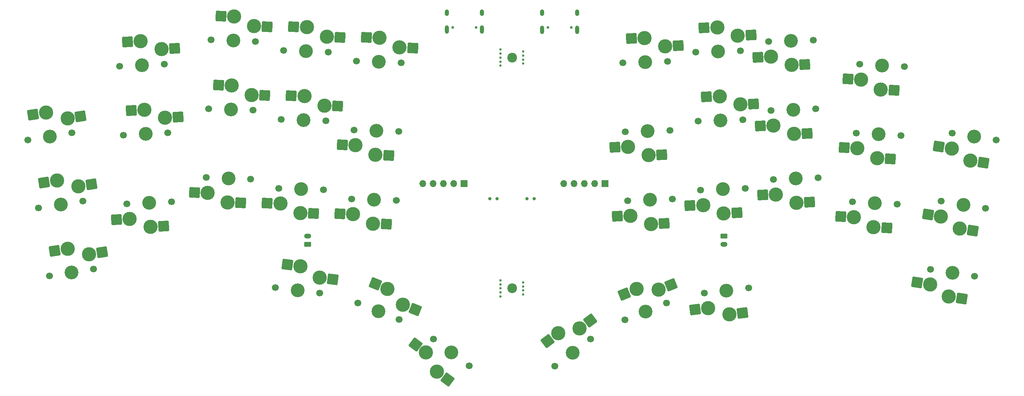
<source format=gbr>
%TF.GenerationSoftware,KiCad,Pcbnew,8.0.5*%
%TF.CreationDate,2024-09-26T18:21:41+02:00*%
%TF.ProjectId,woagboard,776f6167-626f-4617-9264-2e6b69636164,rev?*%
%TF.SameCoordinates,Original*%
%TF.FileFunction,Soldermask,Bot*%
%TF.FilePolarity,Negative*%
%FSLAX46Y46*%
G04 Gerber Fmt 4.6, Leading zero omitted, Abs format (unit mm)*
G04 Created by KiCad (PCBNEW 8.0.5) date 2024-09-26 18:21:41*
%MOMM*%
%LPD*%
G01*
G04 APERTURE LIST*
G04 Aperture macros list*
%AMRoundRect*
0 Rectangle with rounded corners*
0 $1 Rounding radius*
0 $2 $3 $4 $5 $6 $7 $8 $9 X,Y pos of 4 corners*
0 Add a 4 corners polygon primitive as box body*
4,1,4,$2,$3,$4,$5,$6,$7,$8,$9,$2,$3,0*
0 Add four circle primitives for the rounded corners*
1,1,$1+$1,$2,$3*
1,1,$1+$1,$4,$5*
1,1,$1+$1,$6,$7*
1,1,$1+$1,$8,$9*
0 Add four rect primitives between the rounded corners*
20,1,$1+$1,$2,$3,$4,$5,0*
20,1,$1+$1,$4,$5,$6,$7,0*
20,1,$1+$1,$6,$7,$8,$9,0*
20,1,$1+$1,$8,$9,$2,$3,0*%
G04 Aperture macros list end*
%ADD10R,1.700000X1.700000*%
%ADD11O,1.700000X1.700000*%
%ADD12C,0.650000*%
%ADD13O,1.000000X2.100000*%
%ADD14O,1.000000X1.600000*%
%ADD15C,0.600000*%
%ADD16C,2.400000*%
%ADD17C,0.800000*%
%ADD18C,1.700000*%
%ADD19C,3.400000*%
%ADD20C,3.500000*%
%ADD21RoundRect,0.260000X1.117970X0.982837X-1.009111X1.094313X-1.117970X-0.982837X1.009111X-1.094313X0*%
%ADD22RoundRect,0.260000X1.476434X0.189648X-0.224659X1.471514X-1.476434X-0.189648X0.224659X-1.471514X0*%
%ADD23RoundRect,0.260000X-0.889196X-1.193799X1.214580X-0.860593X0.889196X1.193799X-1.214580X0.860593X0*%
%ADD24RoundRect,0.260000X-0.597860X-1.363227X1.377042X-0.565315X0.597860X1.363227X-1.377042X0.565315X0*%
%ADD25RoundRect,0.260000X1.214580X0.860593X-0.889196X1.193799X-1.214580X-0.860593X0.889196X-1.193799X0*%
%ADD26RoundRect,0.260000X1.028056X1.076534X-1.100647X1.002198X-1.028056X-1.076534X1.100647X-1.002198X0*%
%ADD27RoundRect,0.260000X-1.028056X-1.076534X1.100647X-1.002198X1.028056X1.076534X-1.100647X1.002198X0*%
%ADD28RoundRect,0.260000X-1.183806X-0.902457X0.930318X-1.162039X1.183806X0.902457X-0.930318X1.162039X0*%
%ADD29RoundRect,0.260000X1.100647X1.002198X-1.028056X1.076534X-1.100647X-1.002198X1.028056X-1.076534X0*%
%ADD30RoundRect,0.260000X-1.377042X-0.565315X0.597860X-1.363227X1.377042X0.565315X-0.597860X1.363227X0*%
%ADD31RoundRect,0.250000X-0.625000X0.350000X-0.625000X-0.350000X0.625000X-0.350000X0.625000X0.350000X0*%
%ADD32O,1.750000X1.200000*%
%ADD33RoundRect,0.260000X1.009111X1.094313X-1.117970X0.982837X-1.009111X-1.094313X1.117970X-0.982837X0*%
%ADD34RoundRect,0.250000X0.625000X-0.350000X0.625000X0.350000X-0.625000X0.350000X-0.625000X-0.350000X0*%
%ADD35RoundRect,0.260000X-1.100647X-1.002198X1.028056X-1.076534X1.100647X1.002198X-1.028056X1.076534X0*%
%ADD36RoundRect,0.260000X-1.009111X-1.094313X1.117970X-0.982837X1.009111X1.094313X-1.117970X0.982837X0*%
%ADD37RoundRect,0.260000X-0.224659X-1.471514X1.476434X-0.189648X0.224659X1.471514X-1.476434X0.189648X0*%
%ADD38RoundRect,0.260000X0.930318X1.162039X-1.183806X0.902457X-0.930318X-1.162039X1.183806X-0.902457X0*%
G04 APERTURE END LIST*
D10*
%TO.C,J2*%
X164750000Y-69250000D03*
D11*
X162210000Y-69250000D03*
X159670000Y-69250000D03*
X157130000Y-69250000D03*
X154590000Y-69250000D03*
%TD*%
D12*
%TO.C,USB2*%
X156440000Y-30790000D03*
X150660000Y-30790000D03*
D13*
X157870000Y-31320000D03*
D14*
X157870000Y-27140000D03*
D13*
X149230000Y-31320000D03*
D14*
X149230000Y-27140000D03*
%TD*%
D15*
%TO.C,Snap1*%
X139050000Y-93145000D03*
X139050000Y-94145000D03*
X139050000Y-95150000D03*
X139050000Y-96150000D03*
X139050000Y-97155000D03*
D16*
X141850000Y-95150000D03*
D15*
X144575000Y-93650000D03*
X144575000Y-94650000D03*
X144575000Y-95650000D03*
X144575000Y-96650000D03*
%TD*%
%TO.C,Snap2*%
X139050000Y-36195000D03*
X139050000Y-37195000D03*
X139050000Y-38200000D03*
X139050000Y-39200000D03*
X139050000Y-40205000D03*
D16*
X141850000Y-38200000D03*
D15*
X144575000Y-36700000D03*
X144575000Y-37700000D03*
X144575000Y-38700000D03*
X144575000Y-39700000D03*
%TD*%
D10*
%TO.C,J4*%
X130000000Y-69250000D03*
D11*
X127460000Y-69250000D03*
X124920000Y-69250000D03*
X122380000Y-69250000D03*
X119840000Y-69250000D03*
%TD*%
D17*
%TO.C,RST1*%
X136350000Y-73000000D03*
X138150000Y-73000000D03*
%TD*%
D12*
%TO.C,USB1*%
X133040000Y-30740000D03*
X127260000Y-30740000D03*
D13*
X134470000Y-31270000D03*
D14*
X134470000Y-27090000D03*
D13*
X125830000Y-31270000D03*
D14*
X125830000Y-27090000D03*
%TD*%
D17*
%TO.C,RST2*%
X147350000Y-73000000D03*
X145550000Y-73000000D03*
%TD*%
D18*
%TO.C,SW32*%
X236717242Y-74374780D03*
D19*
X231224780Y-74086932D03*
D18*
X225732318Y-73799084D03*
D20*
X226035372Y-77570113D03*
D21*
X222794820Y-77400283D03*
X234153934Y-80198608D03*
D20*
X230913381Y-80028778D03*
%TD*%
D18*
%TO.C,SW18*%
X131319891Y-114245863D03*
D19*
X126927396Y-110935880D03*
D18*
X122534901Y-107625897D03*
D20*
X120677412Y-110921688D03*
D22*
X118085840Y-108968798D03*
X125938169Y-117640651D03*
D20*
X123346597Y-115687761D03*
%TD*%
D18*
%TO.C,SW6*%
X25253160Y-75305702D03*
D19*
X30685446Y-74445312D03*
D18*
X36117732Y-73584922D03*
D20*
X35037258Y-69959308D03*
D23*
X38242307Y-69451679D03*
X26549612Y-69076196D03*
D20*
X29754661Y-68568566D03*
%TD*%
D18*
%TO.C,SW35*%
X169669169Y-102901460D03*
D19*
X174768680Y-100841124D03*
D18*
X179868191Y-98780788D03*
D20*
X177999825Y-95491153D03*
D24*
X181008536Y-94275553D03*
X169531059Y-96539978D03*
D20*
X172539771Y-95324380D03*
%TD*%
D18*
%TO.C,SW28*%
X258460448Y-75363244D03*
D19*
X253028162Y-74502854D03*
D18*
X247595876Y-73642464D03*
D20*
X247503091Y-77424513D03*
D25*
X244298042Y-76916883D03*
X255302426Y-80887227D03*
D20*
X252097377Y-80379600D03*
%TD*%
D18*
%TO.C,SW21*%
X216023662Y-33886301D03*
D19*
X210527012Y-34078248D03*
D18*
X205030362Y-34270195D03*
D20*
X205660931Y-38000461D03*
D26*
X202417908Y-38113710D03*
X213977687Y-39911375D03*
D20*
X210734664Y-40024623D03*
%TD*%
D18*
%TO.C,SW25*%
X187704426Y-53886817D03*
D19*
X193201076Y-53694870D03*
D18*
X198697726Y-53502923D03*
D20*
X198067157Y-49772657D03*
D27*
X201310180Y-49659408D03*
X189750401Y-47861743D03*
D20*
X192993424Y-47748495D03*
%TD*%
D18*
%TO.C,SW16*%
X83587734Y-94941459D03*
D19*
X89046738Y-95611740D03*
D18*
X94505742Y-96282021D03*
D20*
X94466479Y-92499039D03*
D28*
X97687291Y-92894505D03*
X86551048Y-89310624D03*
D20*
X89771861Y-89706090D03*
%TD*%
D18*
%TO.C,SW29*%
X181371772Y-73119530D03*
D19*
X175875122Y-73311477D03*
D18*
X170378472Y-73503424D03*
D20*
X171009041Y-77233690D03*
D26*
X167766018Y-77346939D03*
X179325797Y-79144604D03*
D20*
X176082774Y-79257852D03*
%TD*%
D18*
%TO.C,SW27*%
X237606964Y-57398087D03*
D19*
X232114502Y-57110239D03*
D18*
X226622040Y-56822391D03*
D20*
X226925094Y-60593420D03*
D21*
X223684542Y-60423590D03*
X235043656Y-63221915D03*
D20*
X231803103Y-63052085D03*
%TD*%
D18*
%TO.C,SW10*%
X113928416Y-56456251D03*
D19*
X108431766Y-56264304D03*
D18*
X102935116Y-56072357D03*
D20*
X103303939Y-59837522D03*
D29*
X100060916Y-59724273D03*
X111467137Y-62323928D03*
D20*
X108224114Y-62210679D03*
%TD*%
D18*
%TO.C,SW17*%
X103845399Y-98723246D03*
D19*
X108944910Y-100783582D03*
D18*
X114044421Y-102843918D03*
D20*
X114985604Y-99179676D03*
D30*
X117994316Y-100395274D03*
X108165108Y-94051240D03*
D20*
X111173819Y-95266838D03*
%TD*%
D18*
%TO.C,SW11*%
X27912534Y-92096414D03*
D19*
X33344820Y-91236024D03*
D18*
X38777106Y-90375634D03*
D20*
X37696632Y-86750020D03*
D23*
X40901681Y-86242391D03*
X29208986Y-85866908D03*
D20*
X32414035Y-85359278D03*
%TD*%
D18*
%TO.C,SW26*%
X216616960Y-50875948D03*
D19*
X211120310Y-51067895D03*
D18*
X205623660Y-51259842D03*
D20*
X206254229Y-54990108D03*
D26*
X203011206Y-55103357D03*
X214570985Y-56901022D03*
D20*
X211327962Y-57014270D03*
%TD*%
D18*
%TO.C,SW33*%
X255801056Y-92153956D03*
D19*
X250368770Y-91293566D03*
D18*
X244936484Y-90433176D03*
D20*
X244843699Y-94215225D03*
D25*
X241638650Y-93707595D03*
X252643034Y-97677939D03*
D20*
X249437985Y-97170312D03*
%TD*%
D18*
%TO.C,SW1*%
X22593768Y-58515006D03*
D19*
X28026054Y-57654616D03*
D18*
X33458340Y-56794226D03*
D20*
X32377866Y-53168612D03*
D23*
X35582915Y-52660983D03*
X23890220Y-52285500D03*
D20*
X27095269Y-51777870D03*
%TD*%
D31*
%TO.C,J1*%
X194050000Y-82250000D03*
D32*
X194050000Y-84250000D03*
%TD*%
D18*
%TO.C,SW15*%
X113335118Y-73445882D03*
D19*
X107838468Y-73253935D03*
D18*
X102341818Y-73061988D03*
D20*
X102710641Y-76827153D03*
D29*
X99467618Y-76713904D03*
X110873839Y-79313559D03*
D20*
X107630816Y-79200310D03*
%TD*%
D18*
%TO.C,SW12*%
X57981272Y-73741542D03*
D19*
X52488810Y-74029390D03*
D18*
X46996348Y-74317238D03*
D20*
X47691922Y-78035931D03*
D33*
X44451369Y-78205761D03*
X56040762Y-79801406D03*
D20*
X52800209Y-79971236D03*
%TD*%
D18*
%TO.C,SW20*%
X187111128Y-36897170D03*
D19*
X192607778Y-36705223D03*
D18*
X198104428Y-36513276D03*
D20*
X197473859Y-32783010D03*
D27*
X200716882Y-32669761D03*
X189157103Y-30872096D03*
D20*
X192400126Y-30758848D03*
%TD*%
D34*
%TO.C,J3*%
X91500000Y-84250000D03*
D32*
X91500000Y-82250000D03*
%TD*%
D18*
%TO.C,SW13*%
X77496650Y-68191947D03*
D19*
X72000000Y-68000000D03*
D18*
X66503350Y-67808053D03*
D20*
X66872173Y-71573218D03*
D29*
X63629150Y-71459969D03*
X75035371Y-74059624D03*
D20*
X71792348Y-73946375D03*
%TD*%
D18*
%TO.C,SW24*%
X180778492Y-56129899D03*
D19*
X175281842Y-56321846D03*
D18*
X169785192Y-56513793D03*
D20*
X170415761Y-60244059D03*
D26*
X167172738Y-60357308D03*
X178732517Y-62154973D03*
D20*
X175489494Y-62268221D03*
%TD*%
D18*
%TO.C,SW8*%
X67096630Y-50818406D03*
D19*
X72593280Y-51010353D03*
D18*
X78089930Y-51202300D03*
D20*
X77721107Y-47437135D03*
D35*
X80964130Y-47550384D03*
X69557909Y-44950729D03*
D20*
X72800932Y-45063978D03*
%TD*%
D18*
%TO.C,SW9*%
X85015882Y-53445381D03*
D19*
X90512532Y-53637328D03*
D18*
X96009182Y-53829275D03*
D20*
X95640359Y-50064110D03*
D35*
X98883382Y-50177359D03*
X87477161Y-47577704D03*
D20*
X90720184Y-47690953D03*
%TD*%
D18*
%TO.C,SW23*%
X261119822Y-58572548D03*
D19*
X255687536Y-57712158D03*
D18*
X250255250Y-56851768D03*
D20*
X250162465Y-60633817D03*
D25*
X246957416Y-60126187D03*
X257961800Y-64096531D03*
D20*
X254756751Y-63588904D03*
%TD*%
D18*
%TO.C,SW30*%
X199291006Y-70492570D03*
D19*
X193794356Y-70684517D03*
D18*
X188297706Y-70876464D03*
D20*
X188928275Y-74606730D03*
D26*
X185685252Y-74719979D03*
X197245031Y-76517644D03*
D20*
X194002008Y-76630892D03*
%TD*%
D18*
%TO.C,SW22*%
X238496668Y-40421376D03*
D19*
X233004206Y-40133528D03*
D18*
X227511744Y-39845680D03*
D20*
X227814798Y-43616709D03*
D21*
X224574246Y-43446879D03*
X235933360Y-46245204D03*
D20*
X232692807Y-46075374D03*
%TD*%
D18*
%TO.C,SW7*%
X46106644Y-57340545D03*
D19*
X51599106Y-57052697D03*
D18*
X57091568Y-56764849D03*
D20*
X56395994Y-53046156D03*
D36*
X59636547Y-52876326D03*
X48047154Y-51280681D03*
D20*
X51287707Y-51110851D03*
%TD*%
D18*
%TO.C,SW36*%
X152393717Y-114303405D03*
D19*
X156786212Y-110993422D03*
D18*
X161178707Y-107683439D03*
D20*
X158522583Y-104989464D03*
D37*
X161114155Y-103036574D03*
X150613840Y-108194430D03*
D20*
X153205413Y-106241541D03*
%TD*%
D18*
%TO.C,SW2*%
X45216922Y-40363834D03*
D19*
X50709384Y-40075986D03*
D18*
X56201846Y-39788138D03*
D20*
X55506272Y-36069445D03*
D36*
X58746825Y-35899615D03*
X47157432Y-34303970D03*
D20*
X50397985Y-34134140D03*
%TD*%
D18*
%TO.C,SW34*%
X200125856Y-94999001D03*
D19*
X194666852Y-95669282D03*
D18*
X189207848Y-96339563D03*
D20*
X190161131Y-100000677D03*
D38*
X186940319Y-100396143D03*
X198612787Y-101179466D03*
D20*
X195391975Y-101574932D03*
%TD*%
D18*
%TO.C,SW3*%
X67689928Y-33828759D03*
D19*
X73186578Y-34020706D03*
D18*
X78683228Y-34212653D03*
D20*
X78314405Y-30447488D03*
D35*
X81557428Y-30560737D03*
X70151207Y-27961082D03*
D20*
X73394230Y-28074331D03*
%TD*%
D18*
%TO.C,SW4*%
X85609162Y-36455734D03*
D19*
X91105812Y-36647681D03*
D18*
X96602462Y-36839628D03*
D20*
X96233639Y-33074463D03*
D35*
X99476662Y-33187712D03*
X88070441Y-30588057D03*
D20*
X91313464Y-30701306D03*
%TD*%
D18*
%TO.C,SW31*%
X217210240Y-67865595D03*
D19*
X211713590Y-68057542D03*
D18*
X206216940Y-68249489D03*
D20*
X206847509Y-71979755D03*
D26*
X203604486Y-72093004D03*
X215164265Y-73890669D03*
D20*
X211921242Y-74003917D03*
%TD*%
D18*
%TO.C,SW14*%
X95415884Y-70818922D03*
D19*
X89919234Y-70626975D03*
D18*
X84422584Y-70435028D03*
D20*
X84791407Y-74200193D03*
D29*
X81548384Y-74086944D03*
X92954605Y-76686599D03*
D20*
X89711582Y-76573350D03*
%TD*%
D18*
%TO.C,SW5*%
X103528396Y-39082710D03*
D19*
X109025046Y-39274657D03*
D18*
X114521696Y-39466604D03*
D20*
X114152873Y-35701439D03*
D35*
X117395896Y-35814688D03*
X105989675Y-33215033D03*
D20*
X109232698Y-33328282D03*
%TD*%
D18*
%TO.C,SW19*%
X169191894Y-39524146D03*
D19*
X174688544Y-39332199D03*
D18*
X180185194Y-39140252D03*
D20*
X179554625Y-35409986D03*
D27*
X182797648Y-35296737D03*
X171237869Y-33499072D03*
D20*
X174480892Y-33385824D03*
%TD*%
M02*

</source>
